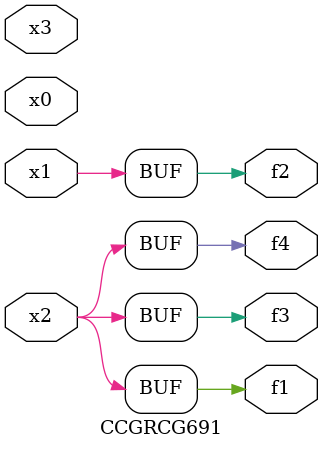
<source format=v>
module CCGRCG691(
	input x0, x1, x2, x3,
	output f1, f2, f3, f4
);
	assign f1 = x2;
	assign f2 = x1;
	assign f3 = x2;
	assign f4 = x2;
endmodule

</source>
